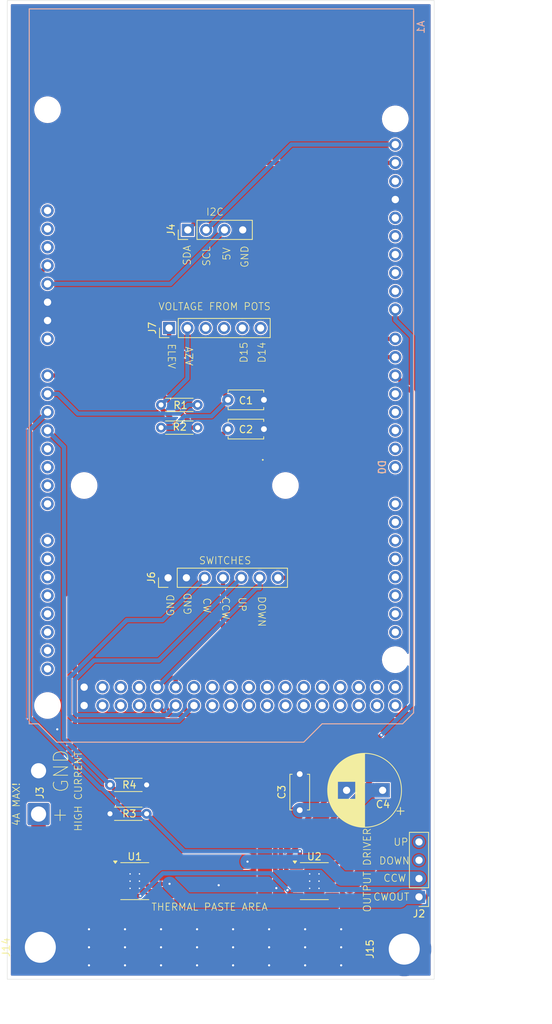
<source format=kicad_pcb>
(kicad_pcb (version 20240108) (generator "pcbnew") (generator_version "8.0")
  (layers (0 "F.Cu" signal) (31 "B.Cu" signal) (34 "B.Paste" user) (35 "F.Paste" user) (36 "B.SilkS" user "B.Silkscreen") (37 "F.SilkS" user "F.Silkscreen") (38 "B.Mask" user) (39 "F.Mask" user) (44 "Edge.Cuts" user))
  (net 0 "")
  (net 2 "5V")
  (net 3 "IPRO1")
  (net 4 "IPRO2")
  (net 5 "RotateCW")
  (net 6 "RotateDown")
  (net 7 "RotateUP")
  (net 8 "GND")
  (net 9 "Vref")
  (net 10 "RotateCCW")
  (net 11 "/AzimuthV")
  (net 12 "/ElevationV")
  (net 13 "VM")
  (net 15 "RotateUP-OUT")
  (net 16 "RotateCCW-OUT")
  (net 17 "RotateDown-OUT")
  (net 22 "/DOWN")
  (net 23 "/Turn CW")
  (net 24 "/UP")
  (net 25 "/Turn CCW")
  (net 26 "/SDA")
  (net 27 "/SCL")
  (net 41 "Net-(A1-PadA1)")
  (net 44 "Net-(A1-PadA0)")
  (net 56 "Net-(J6-Pin_7)")
  (net 90 "RotateCW-OUT")
  (footprint "Capacitor_THT:C_Disc_D4.7mm_W2.5mm_P5.00mm" (layer "F.Cu") (at 159.28 79.15)
    (property "Reference" "C1" (at 2.5 0.1 0) (layer "F.SilkS"))
    (property "Value" "0.1uF")
    (pad "1" thru_hole circle (at 0 0) (size 1.6 1.6) (drill 0.8) (layers "*.Cu" "*.Mask") (net 11 "/AzimuthV"))
    (pad "2" thru_hole circle (at 5 0) (size 1.6 1.6) (drill 0.8) (layers "*.Cu" "*.Mask") (net 8 "GND"))
  )
  (footprint "MountingHole:MountingHole_4.3mm_M4_DIN965_Pad" (layer "F.Cu") (at 183.75 155.25 90)
    (property "Reference" "J15" (at 0 -4.75 90) (layer "F.SilkS"))
    (property "Value" "Conn_01x01_Pin")
    (pad "1" thru_hole circle (at 0 0 90) (size 7.5 7.5) (drill 4.3) (layers "*.Cu" "*.Mask") (net 8 "GND"))
  )
  (footprint "Capacitor_THT:C_Disc_D4.7mm_W2.5mm_P5.00mm" (layer "F.Cu") (at 169.25 136 90)
    (property "Reference" "C3" (at 2.5 -2.5 90) (layer "F.SilkS"))
    (property "Value" "0.1uF")
    (pad "1" thru_hole circle (at 0 0 90) (size 1.6 1.6) (drill 0.8) (layers "*.Cu" "*.Mask") (net 13 "VM"))
    (pad "2" thru_hole circle (at 5 0 90) (size 1.6 1.6) (drill 0.8) (layers "*.Cu" "*.Mask") (net 8 "GND"))
  )
  (footprint "MountingHole:MountingHole_4.3mm_M4_DIN965_Pad" (layer "F.Cu") (at 133.25 155 90)
    (property "Reference" "J14" (at 0 -4.75 90) (layer "F.SilkS"))
    (property "Value" "Conn_01x01_Pin")
    (pad "1" thru_hole circle (at 0 0 90) (size 7.5 7.5) (drill 4.3) (layers "*.Cu" "*.Mask") (net 8 "GND"))
  )
  (footprint "Package_SO:SOIC-8-1EP_3.9x4.9mm_P1.27mm_EP2.29x3mm_ThermalVias" (layer "F.Cu") (at 171.275 145.835)
    (property "Reference" "U2" (at 0 -3.4 0) (layer "F.SilkS"))
    (property "Value" "DRV8251ADDAR")
    (pad "1" smd roundrect (at -2.475 -1.905) (size 1.95 0.6) (layers "F.Cu" "F.Paste" "F.Mask") (net 3 "IPRO1"))
    (pad "2" smd roundrect (at -2.475 -0.635) (size 1.95 0.6) (layers "F.Cu" "F.Paste" "F.Mask") (net 7 "RotateUP"))
    (pad "3" smd roundrect (at -2.475 0.635) (size 1.95 0.6) (layers "F.Cu" "F.Paste" "F.Mask") (net 6 "RotateDown"))
    (pad "4" smd roundrect (at -2.475 1.905) (size 1.95 0.6) (layers "F.Cu" "F.Paste" "F.Mask") (net 9 "Vref"))
    (pad "5" smd roundrect (at 2.475 1.905) (size 1.95 0.6) (layers "F.Cu" "F.Paste" "F.Mask") (net 13 "VM"))
    (pad "6" smd roundrect (at 2.475 0.635) (size 1.95 0.6) (layers "F.Cu" "F.Paste" "F.Mask") (net 17 "RotateDown-OUT"))
    (pad "7" smd roundrect (at 2.475 -0.635) (size 1.95 0.6) (layers "F.Cu" "F.Paste" "F.Mask") (net 8 "GND"))
    (pad "8" smd roundrect (at 2.475 -1.905) (size 1.95 0.6) (layers "F.Cu" "F.Paste" "F.Mask") (net 15 "RotateUP-OUT"))
    (pad "9" thru_hole circle (at -0.65 -1) (size 0.5 0.5) (drill 0.2) (layers "*.Cu") (net 8 "GND"))
    (pad "9" thru_hole circle (at -0.65 0) (size 0.5 0.5) (drill 0.2) (layers "*.Cu") (net 8 "GND"))
    (pad "9" thru_hole circle (at -0.65 1) (size 0.5 0.5) (drill 0.2) (layers "*.Cu") (net 8 "GND"))
    (pad "9" smd rect (at 0 0) (size 1.8 2.5) (layers "B.Cu") (net 8 "GND"))
    (pad "9" smd rect (at 0 0) (size 2.29 3) (layers "F.Cu" "F.Mask") (net 8 "GND"))
    (pad "9" thru_hole circle (at 0.65 -1) (size 0.5 0.5) (drill 0.2) (layers "*.Cu") (net 8 "GND"))
    (pad "9" thru_hole circle (at 0.65 0) (size 0.5 0.5) (drill 0.2) (layers "*.Cu") (net 8 "GND"))
    (pad "9" thru_hole circle (at 0.65 1) (size 0.5 0.5) (drill 0.2) (layers "*.Cu") (net 8 "GND"))
  )
  (footprint "sparkfun-electromech:Arduino_Mega2560_R3_K3NG" (layer "F.Cu") (at 131.71 24.98 -90)
    (property "Reference" "A1" (at 2.54 -54.356 90) (layer "B.SilkS") (effects (justify mirror)))
    (property "Value" "Arduino_Mega2560_R3_Shield")
    (fp_rect (start -1.15 -56.2) (end 134.45 3.05) (stroke (width 0.05)) (fill none) (layer "Edge.Cuts"))
    (fp_text user "D0" (at 63.5 -48.895 -90) (layer "B.SilkS") (effects (justify mirror)))
    (fp_text user "." (at 62.484 -32.004 90) (layer "F.SilkS"))
    (fp_text user "D0" (at 63.5 -48.895 -90) (layer "F.SilkS"))
    (pad "" np_thru_hole circle (at 13.97 -2.54 270) (size 3.2 3.2) (drill 3.2) (layers "*.Cu" "*.Mask"))
    (pad "" np_thru_hole circle (at 15.24 -50.8 270) (size 3.2 3.2) (drill 3.2) (layers "*.Cu" "*.Mask"))
    (pad "" thru_hole oval (at 27.94 -2.54 270) (size 1.7272 1.7272) (drill 1.016) (layers "*.Cu" "*.Mask"))
    (pad "" np_thru_hole circle (at 66.04 -35.56 270) (size 3.2 3.2) (drill 3.2) (layers "*.Cu" "*.Mask"))
    (pad "" np_thru_hole circle (at 66.04 -7.62 270) (size 3.2 3.2) (drill 3.2) (layers "*.Cu" "*.Mask"))
    (pad "" np_thru_hole circle (at 90.17 -50.8 270) (size 3.2 3.2) (drill 3.2) (layers "*.Cu" "*.Mask"))
    (pad "" np_thru_hole circle (at 96.52 -2.54 270) (size 3.2 3.2) (drill 3.2) (layers "*.Cu" "*.Mask"))
    (pad "3V3" thru_hole oval (at 35.56 -2.54 270) (size 1.7272 1.7272) (drill 1.016) (layers "*.Cu" "*.Mask") (net 9 "Vref"))
    (pad "5V1" thru_hole oval (at 38.1 -2.54 270) (size 1.7272 1.7272) (drill 1.016) (layers "*.Cu" "*.Mask") (net 2 "5V"))
    (pad "5V3" thru_hole oval (at 93.98 -50.8 270) (size 1.7272 1.7272) (drill 1.016) (layers "*.Cu" "*.Mask"))
    (pad "5V4" thru_hole oval (at 96.52 -50.8 270) (size 1.7272 1.7272) (drill 1.016) (layers "*.Cu" "*.Mask"))
    (pad "A0" thru_hole oval (at 50.8 -2.54 270) (size 1.7272 1.7272) (drill 1.016) (layers "*.Cu" "*.Mask") (net 44 "Net-(A1-PadA0)"))
    (pad "A1" thru_hole oval (at 53.34 -2.54 270) (size 1.7272 1.7272) (drill 1.016) (layers "*.Cu" "*.Mask") (net 41 "Net-(A1-PadA1)"))
    (pad "A2" thru_hole oval (at 55.88 -2.54 270) (size 1.7272 1.7272) (drill 1.016) (layers "*.Cu" "*.Mask") (net 3 "IPRO1"))
    (pad "A3" thru_hole oval (at 58.42 -2.54 270) (size 1.7272 1.7272) (drill 1.016) (layers "*.Cu" "*.Mask") (net 4 "IPRO2"))
    (pad "A4" thru_hole oval (at 60.96 -2.54 270) (size 1.7272 1.7272) (drill 1.016) (layers "*.Cu" "*.Mask"))
    (pad "A5" thru_hole oval (at 63.5 -2.54 270) (size 1.7272 1.7272) (drill 1.016) (layers "*.Cu" "*.Mask"))
    (pad "A6" thru_hole oval (at 66.04 -2.54 270) (size 1.7272 1.7272) (drill 1.016) (layers "*.Cu" "*.Mask"))
    (pad "A7" thru_hole oval (at 68.58 -2.54 270) (size 1.7272 1.7272) (drill 1.016) (layers "*.Cu" "*.Mask"))
    (pad "A8" thru_hole oval (at 73.66 -2.54 270) (size 1.7272 1.7272) (drill 1.016) (layers "*.Cu" "*.Mask"))
    (pad "A9" thru_hole oval (at 76.2 -2.54 270) (size 1.7272 1.7272) (drill 1.016) (layers "*.Cu" "*.Mask"))
    (pad "A10" thru_hole oval (at 78.74 -2.54 270) (size 1.7272 1.7272) (drill 1.016) (layers "*.Cu" "*.Mask"))
    (pad "A11" thru_hole oval (at 81.28 -2.54 270) (size 1.7272 1.7272) (drill 1.016) (layers "*.Cu" "*.Mask"))
    (pad "A12" thru_hole oval (at 83.82 -2.54 270) (size 1.7272 1.7272) (drill 1.016) (layers "*.Cu" "*.Mask"))
    (pad "A13" thru_hole oval (at 86.36 -2.54 270) (size 1.7272 1.7272) (drill 1.016) (layers "*.Cu" "*.Mask"))
    (pad "A14" thru_hole oval (at 88.9 -2.54 270) (size 1.7272 1.7272) (drill 1.016) (layers "*.Cu" "*.Mask"))
    (pad "A15" thru_hole oval (at 91.44 -2.54 270) (size 1.7272 1.7272) (drill 1.016) (layers "*.Cu" "*.Mask"))
    (pad "AREF" thru_hole oval (at 23.876 -50.8 270) (size 1.7272 1.7272) (drill 1.016) (layers "*.Cu" "*.Mask"))
    (pad "D0" thru_hole oval (at 63.5 -50.8 270) (size 1.7272 1.7272) (drill 1.016) (layers "*.Cu" "*.Mask"))
    (pad "D1" thru_hole oval (at 60.96 -50.8 270) (size 1.7272 1.7272) (drill 1.016) (layers "*.Cu" "*.Mask"))
    (pad "D2" thru_hole oval (at 58.42 -50.8 270) (size 1.7272 1.7272) (drill 1.016) (layers "*.Cu" "*.Mask"))
    (pad "D3" thru_hole oval (at 55.88 -50.8 270) (size 1.7272 1.7272) (drill 1.016) (layers "*.Cu" "*.Mask"))
    (pad "D4" thru_hole oval (at 53.34 -50.8 270) (size 1.7272 1.7272) (drill 1.016) (layers "*.Cu" "*.Mask"))
    (pad "D5" thru_hole oval (at 50.8 -50.8 270) (size 1.7272 1.7272) (drill 1.016) (layers "*.Cu" "*.Mask") (net 7 "RotateUP"))
    (pad "D6" thru_hole oval (at 48.26 -50.8 270) (size 1.7272 1.7272) (drill 1.016) (layers "*.Cu" "*.Mask") (net 10 "RotateCCW"))
    (pad "D7" thru_hole oval (at 45.72 -50.8 270) (size 1.7272 1.7272) (drill 1.016) (layers "*.Cu" "*.Mask") (net 5 "RotateCW"))
    (pad "D8" thru_hole oval (at 41.656 -50.8 270) (size 1.7272 1.7272) (drill 1.016) (layers "*.Cu" "*.Mask") (net 6 "RotateDown"))
    (pad "D9" thru_hole oval (at 39.116 -50.8 270) (size 1.7272 1.7272) (drill 1.016) (layers "*.Cu" "*.Mask"))
    (pad "D10" thru_hole oval (at 36.576 -50.8 270) (size 1.7272 1.7272) (drill 1.016) (layers "*.Cu" "*.Mask"))
    (pad "D11" thru_hole oval (at 34.036 -50.8 270) (size 1.7272 1.7272) (drill 1.016) (layers "*.Cu" "*.Mask"))
    (pad "D12" thru_hole oval (at 31.496 -50.8 270) (size 1.7272 1.7272) (drill 1.016) (layers "*.Cu" "*.Mask"))
    (pad "D13" thru_hole oval (at 28.956 -50.8 270) (size 1.7272 1.7272) (drill 1.016) (layers "*.Cu" "*.Mask"))
    (pad "D14" thru_hole oval (at 68.58 -50.8 270) (size 1.7272 1.7272) (drill 1.016) (layers "*.Cu" "*.Mask"))
    (pad "D15" thru_hole oval (at 71.12 -50.8 270) (size 1.7272 1.7272) (drill 1.016) (layers "*.Cu" "*.Mask"))
    (pad "D16" thru_hole oval (at 73.66 -50.8 270) (size 1.7272 1.7272) (drill 1.016) (layers "*.Cu" "*.Mask"))
    (pad "D17" thru_hole oval (at 76.2 -50.8 270) (size 1.7272 1.7272) (drill 1.016) (layers "*.Cu" "*.Mask"))
    (pad "D18" thru_hole oval (at 78.74 -50.8 270) (size 1.7272 1.7272) (drill 1.016) (layers "*.Cu" "*.Mask"))
    (pad "D19" thru_hole oval (at 81.28 -50.8 270) (size 1.7272 1.7272) (drill 1.016) (layers "*.Cu" "*.Mask"))
    (pad "D20" thru_hole oval (at 83.82 -50.8 270) (size 1.7272 1.7272) (drill 1.016) (layers "*.Cu" "*.Mask"))
    (pad "D21" thru_hole oval (at 86.36 -50.8 270) (size 1.7272 1.7272) (drill 1.016) (layers "*.Cu" "*.Mask"))
    (pad "D22" thru_hole oval (at 93.98 -48.26 270) (size 1.7272 1.7272) (drill 1.016) (layers "*.Cu" "*.Mask"))
    (pad "D23" thru_hole oval (at 96.52 -48.26 270) (size 1.7272 1.7272) (drill 1.016) (layers "*.Cu" "*.Mask"))
    (pad "D24" thru_hole oval (at 93.98 -45.72 270) (size 1.7272 1.7272) (drill 1.016) (layers "*.Cu" "*.Mask"))
    (pad "D25" thru_hole oval (at 96.52 -45.72 270) (size 1.7272 1.7272) (drill 1.016) (layers "*.Cu" "*.Mask"))
    (pad "D26" thru_hole oval (at 93.98 -43.18 270) (size 1.7272 1.7272) (drill 1.016) (layers "*.Cu" "*.Mask"))
    (pad "D27" thru_hole oval (at 96.52 -43.18 270) (size 1.7272 1.7272) (drill 1.016) (layers "*.Cu" "*.Mask"))
    (pad "D28" thru_hole oval (at 93.98 -40.64 270) (size 1.7272 1.7272) (drill 1.016) (layers "*.Cu" "*.Mask"))
    (pad "D29" thru_hole oval (at 96.52 -40.64 270) (size 1.7272 1.7272) (drill 1.016) (layers "*.Cu" "*.Mask"))
    (pad "D30" thru_hole oval (at 93.98 -38.1 270) (size 1.7272 1.7272) (drill 1.016) (layers "*.Cu" "*.Mask"))
    (pad "D31" thru_hole oval (at 96.52 -38.1 270) (size 1.7272 1.7272) (drill 1.016) (layers "*.Cu" "*.Mask"))
    (pad "D32" thru_hole oval (at 93.98 -35.56 270) (size 1.7272 1.7272) (drill 1.016) (layers "*.Cu" "*.Mask"))
    (pad "D33" thru_hole oval (at 96.52 -35.56 270) (size 1.7272 1.7272) (drill 1.016) (layers "*.Cu" "*.Mask"))
    (pad "D34" thru_hole oval (at 93.98 -33.02 270) (size 1.7272 1.7272) (drill 1.016) (layers "*.Cu" "*.Mask"))
    (pad "D35" thru_hole oval (at 96.52 -33.02 270) (size 1.7272 1.7272) (drill 1.016) (layers "*.Cu" "*.Mask"))
    (pad "D36" thru_hole oval (at 93.98 -30.48 270) (size 1.7272 1.7272) (drill 1.016) (layers "*.Cu" "*.Mask"))
    (pad "D37" thru_hole oval (at 96.52 -30.48 270) (size 1.7272 1.7272) (drill 1.016) (layers "*.Cu" "*.Mask"))
    (pad "D38" thru_hole oval (at 93.98 -27.94 270) (size 1.7272 1.7272) (drill 1.016) (layers "*.Cu" "*.Mask"))
    (pad "D39" thru_hole oval (at 96.52 -27.94 270) (size 1.7272 1.7272) (drill 1.016) (layers "*.Cu" "*.Mask"))
    (pad "D40" thru_hole oval (at 93.98 -25.4 270) (size 1.7272 1.7272) (drill 1.016) (layers "*.Cu" "*.Mask"))
    (pad "D41" thru_hole oval (at 96.52 -25.4 270) (size 1.7272 1.7272) (drill 1.016) (layers "*.Cu" "*.Mask"))
    (pad "D42" thru_hole oval (at 93.98 -22.86 270) (size 1.7272 1.7272) (drill 1.016) (layers "*.Cu" "*.Mask"))
    (pad "D43" thru_hole oval (at 96.52 -22.86 270) (size 1.7272 1.7272) (drill 1.016) (layers "*.Cu" "*.Mask") (net 23 "/Turn CW"))
    (pad "D44" thru_hole oval (at 93.98 -20.32 270) (size 1.7272 1.7272) (drill 1.016) (layers "*.Cu" "*.Mask") (net 25 "/Turn CCW"))
    (pad "D45" thru_hole oval (at 96.52 -20.32 270) (size 1.7272 1.7272) (drill 1.016) (layers "*.Cu" "*.Mask") (net 24 "/UP"))
    (pad "D46" thru_hole oval (at 93.98 -17.78 270) (size 1.7272 1.7272) (drill 1.016) (layers "*.Cu" "*.Mask") (net 22 "/DOWN"))
    (pad "D47" thru_hole oval (at 96.52 -17.78 270) (size 1.7272 1.7272) (drill 1.016) (layers "*.Cu" "*.Mask") (net 56 "Net-(J6-Pin_7)"))
    (pad "D48" thru_hole oval (at 93.98 -15.24 270) (size 1.7272 1.7272) (drill 1.016) (layers "*.Cu" "*.Mask"))
    (pad "D49" thru_hole oval (at 96.52 -15.24 270) (size 1.7272 1.7272) (drill 1.016) (layers "*.Cu" "*.Mask"))
    (pad "D50" thru_hole oval (at 93.98 -12.7 270) (size 1.7272 1.7272) (drill 1.016) (layers "*.Cu" "*.Mask"))
    (pad "D51" thru_hole oval (at 96.52 -12.7 270) (size 1.7272 1.7272) (drill 1.016) (layers "*.Cu" "*.Mask"))
    (pad "D52" thru_hole oval (at 93.98 -10.16 270) (size 1.7272 1.7272) (drill 1.016) (layers "*.Cu" "*.Mask"))
    (pad "D53" thru_hole oval (at 96.52 -10.16 270) (size 1.7272 1.7272) (drill 1.016) (layers "*.Cu" "*.Mask"))
    (pad "GND1" thru_hole rect (at 26.416 -50.8 270) (size 1.7272 1.7272) (drill 1.016) (layers "*.Cu" "*.Mask") (net 8 "GND"))
    (pad "GND2" thru_hole rect (at 40.64 -2.54 270) (size 1.7272 1.7272) (drill 1.016) (layers "*.Cu" "*.Mask") (net 8 "GND"))
    (pad "GND3" thru_hole rect (at 43.18 -2.54 270) (size 1.7272 1.7272) (drill 1.016) (layers "*.Cu" "*.Mask") (net 8 "GND"))
    (pad "GND5" thru_hole rect (at 93.98 -7.62 270) (size 1.7272 1.7272) (drill 1.016) (layers "*.Cu" "*.Mask") (net 8 "GND"))
    (pad "GND6" thru_hole rect (at 96.52 -7.62 270) (size 1.7272 1.7272) (drill 1.016) (layers "*.Cu" "*.Mask") (net 8 "GND"))
    (pad "IORF" thru_hole oval (at 30.48 -2.54 270) (size 1.7272 1.7272) (drill 1.016) (layers "*.Cu" "*.Mask"))
    (pad "RST1" thru_hole oval (at 33.02 -2.54 270) (size 1.7272 1.7272) (drill 1.016) (layers "*.Cu" "*.Mask"))
    (pad "SCL" thru_hole oval (at 18.796 -50.8 270) (size 1.7272 1.7272) (drill 1.016) (layers "*.Cu" "*.Mask") (net 27 "/SCL"))
    (pad "SDA" thru_hole oval (at 21.336 -50.8 270) (size 1.7272 1.7272) (drill 1.016) (layers "*.Cu" "*.Mask") (net 26 "/SDA"))
    (pad "VIN" thru_hole oval (at 45.72 -2.54 270) (size 1.7272 1.7272) (drill 1.016) (layers "*.Cu" "*.Mask"))
  )
  (footprint "Resistor_THT:R_Axial_DIN0204_L3.6mm_D1.6mm_P5.08mm_Horizontal" (layer "F.Cu") (at 142.92 132.5)
    (property "Reference" "R4" (at 2.68 0 0) (layer "F.SilkS"))
    (property "Value" "1300")
    (pad "1" thru_hole circle (at 0 0) (size 1.4 1.4) (drill 0.7) (layers "*.Cu" "*.Mask") (net 4 "IPRO2"))
    (pad "2" thru_hole oval (at 5.08 0) (size 1.4 1.4) (drill 0.7) (layers "*.Cu" "*.Mask") (net 8 "GND"))
  )
  (footprint "Connector_PinHeader_2.54mm:PinHeader_1x07_P2.54mm_Vertical" (layer "F.Cu") (at 150.98 103.8 90)
    (property "Reference" "J6" (at 0 -2.33 90) (layer "F.SilkS"))
    (property "Value" "Conn_01x07_Socket")
    (pad "1" thru_hole rect (at 0 0 90) (size 1.7 1.7) (drill 1) (layers "*.Cu" "*.Mask") (net 8 "GND"))
    (pad "2" thru_hole oval (at 0 2.54 90) (size 1.7 1.7) (drill 1) (layers "*.Cu" "*.Mask") (net 8 "GND"))
    (pad "3" thru_hole oval (at 0 5.08 90) (size 1.7 1.7) (drill 1) (layers "*.Cu" "*.Mask") (net 23 "/Turn CW"))
    (pad "4" thru_hole oval (at 0 7.62 90) (size 1.7 1.7) (drill 1) (layers "*.Cu" "*.Mask") (net 25 "/Turn CCW"))
    (pad "5" thru_hole oval (at 0 10.16 90) (size 1.7 1.7) (drill 1) (layers "*.Cu" "*.Mask") (net 24 "/UP"))
    (pad "6" thru_hole oval (at 0 12.7 90) (size 1.7 1.7) (drill 1) (layers "*.Cu" "*.Mask") (net 22 "/DOWN"))
    (pad "7" thru_hole oval (at 0 15.24 90) (size 1.7 1.7) (drill 1) (layers "*.Cu" "*.Mask") (net 56 "Net-(J6-Pin_7)"))
  )
  (footprint "Resistor_THT:R_Axial_DIN0204_L3.6mm_D1.6mm_P5.08mm_Horizontal" (layer "F.Cu") (at 150 83)
    (property "Reference" "R2" (at 2.6 -0.1 0) (layer "F.SilkS"))
    (property "Value" "1K")
    (pad "1" thru_hole circle (at 0 0) (size 1.4 1.4) (drill 0.7) (layers "*.Cu" "*.Mask") (net 11 "/AzimuthV"))
    (pad "2" thru_hole oval (at 5.08 0) (size 1.4 1.4) (drill 0.7) (layers "*.Cu" "*.Mask") (net 44 "Net-(A1-PadA0)"))
  )
  (footprint "Connector_PinHeader_2.54mm:PinHeader_1x04_P2.54mm_Vertical" (layer "F.Cu") (at 153.72 55.6 90)
    (property "Reference" "J4" (at 0 -2.33 90) (layer "F.SilkS"))
    (property "Value" "Conn_01x04_Socket")
    (pad "1" thru_hole rect (at 0 0 90) (size 1.7 1.7) (drill 1) (layers "*.Cu" "*.Mask") (net 26 "/SDA"))
    (pad "2" thru_hole oval (at 0 2.54 90) (size 1.7 1.7) (drill 1) (layers "*.Cu" "*.Mask") (net 27 "/SCL"))
    (pad "3" thru_hole oval (at 0 5.08 90) (size 1.7 1.7) (drill 1) (layers "*.Cu" "*.Mask") (net 2 "5V"))
    (pad "4" thru_hole oval (at 0 7.62 90) (size 1.7 1.7) (drill 1) (layers "*.Cu" "*.Mask") (net 8 "GND"))
  )
  (footprint "Connector_PinHeader_2.54mm:PinHeader_1x06_P2.54mm_Vertical" (layer "F.Cu") (at 151.12 69.2 90)
    (property "Reference" "J7" (at 0 -2.33 90) (layer "F.SilkS"))
    (property "Value" "Conn_01x06_Socket")
    (pad "1" thru_hole rect (at 0 0 90) (size 1.7 1.7) (drill 1) (layers "*.Cu" "*.Mask") (net 11 "/AzimuthV"))
    (pad "2" thru_hole oval (at 0 2.54 90) (size 1.7 1.7) (drill 1) (layers "*.Cu" "*.Mask") (net 12 "/ElevationV"))
    (pad "3" thru_hole oval (at 0 5.08 90) (size 1.7 1.7) (drill 1) (layers "*.Cu" "*.Mask"))
    (pad "4" thru_hole oval (at 0 7.62 90) (size 1.7 1.7) (drill 1) (layers "*.Cu" "*.Mask"))
    (pad "5" thru_hole oval (at 0 10.16 90) (size 1.7 1.7) (drill 1) (layers "*.Cu" "*.Mask"))
    (pad "6" thru_hole oval (at 0 12.7 90) (size 1.7 1.7) (drill 1) (layers "*.Cu" "*.Mask"))
  )
  (footprint "Capacitor_THT:CP_Radial_D10.0mm_P5.00mm" (layer "F.Cu") (at 180.75 133.25 180)
    (property "Reference" "C4" (at -0.05 -1.95 0) (layer "F.SilkS"))
    (property "Value" "47uF")
    (pad "1" thru_hole rect (at 0 0 180) (size 2 2) (drill 1) (layers "*.Cu" "*.Mask") (net 13 "VM"))
    (pad "2" thru_hole circle (at 5 0 180) (size 2 2) (drill 1) (layers "*.Cu" "*.Mask") (net 8 "GND"))
  )
  (footprint "Connector_Wire:SolderWire-1.5sqmm_1x02_P6mm_D1.7mm_OD3mm" (layer "F.Cu") (at 133 136.54 90)
    (property "Reference" "J3" (at 2.94 0.2 90) (layer "F.SilkS"))
    (property "Value" "Conn_01x02_Pin")
    (pad "1" thru_hole roundrect (at 0 0 90) (size 3.1 3.1) (drill 2.1) (layers "*.Cu" "*.Mask") (roundrect_rratio 0.080645) (net 13 "VM"))
    (pad "2" thru_hole circle (at 6 0 90) (size 3.1 3.1) (drill 2.1) (layers "*.Cu" "*.Mask") (net 8 "GND"))
  )
  (footprint "Resistor_THT:R_Axial_DIN0204_L3.6mm_D1.6mm_P5.08mm_Horizontal" (layer "F.Cu") (at 148 136.5 180)
    (property "Reference" "R3" (at 2.4 0 180) (layer "F.SilkS"))
    (property "Value" "1300")
    (pad "1" thru_hole circle (at 0 0 180) (size 1.4 1.4) (drill 0.7) (layers "*.Cu" "*.Mask") (net 3 "IPRO1"))
    (pad "2" thru_hole oval (at 5.08 0 180) (size 1.4 1.4) (drill 0.7) (layers "*.Cu" "*.Mask") (net 8 "GND"))
  )
  (footprint "Resistor_THT:R_Axial_DIN0204_L3.6mm_D1.6mm_P5.08mm_Horizontal" (layer "F.Cu") (at 150 79.85)
    (property "Reference" "R1" (at 2.7 0.05 0) (layer "F.SilkS"))
    (property "Value" "1K")
    (pad "1" thru_hole circle (at 0 0) (size 1.4 1.4) (drill 0.7) (layers "*.Cu" "*.Mask") (net 12 "/ElevationV"))
    (pad "2" thru_hole oval (at 5.08 0) (size 1.4 1.4) (drill 0.7) (layers "*.Cu" "*.Mask") (net 41 "Net-(A1-PadA1)"))
  )
  (footprint "Package_SO:SOIC-8-1EP_3.9x4.9mm_P1.27mm_EP2.29x3mm_ThermalVias" (layer "F.Cu") (at 146.355 145.835)
    (property "Reference" "U1" (at 0 -3.4 0) (layer "F.SilkS"))
    (property "Value" "DRV8251ADDAR")
    (pad "1" smd roundrect (at -2.475 -1.905) (size 1.95 0.6) (layers "F.Cu" "F.Paste" "F.Mask") (net 4 "IPRO2"))
    (pad "2" smd roundrect (at -2.475 -0.635) (size 1.95 0.6) (layers "F.Cu" "F.Paste" "F.Mask") (net 10 "RotateCCW"))
    (pad "3" smd roundrect (at -2.475 0.635) (size 1.95 0.6) (layers "F.Cu" "F.Paste" "F.Mask") (net 5 "RotateCW"))
    (pad "4" smd roundrect (at -2.475 1.905) (size 1.95 0.6) (layers "F.Cu" "F.Paste" "F.Mask") (net 9 "Vref"))
    (pad "5" smd roundrect (at 2.475 1.905) (size 1.95 0.6) (layers "F.Cu" "F.Paste" "F.Mask") (net 13 "VM"))
    (pad "6" smd roundrect (at 2.475 0.635) (size 1.95 0.6) (layers "F.Cu" "F.Paste" "F.Mask") (net 90 "RotateCW-OUT"))
    (pad "7" smd roundrect (at 2.475 -0.635) (size 1.95 0.6) (layers "F.Cu" "F.Paste" "F.Mask") (net 8 "GND"))
    (pad "8" smd roundrect (at 2.475 -1.905) (size 1.95 0.6) (layers "F.Cu" "F.Paste" "F.Mask") (net 16 "RotateCCW-OUT"))
    (pad "9" thru_hole circle (at -0.65 -1) (size 0.5 0.5) (drill 0.2) (layers "*.Cu") (net 8 "GND"))
    (pad "9" thru_hole circle (at -0.65 0) (size 0.5 0.5) (drill 0.2) (layers "*.Cu") (net 8 "GND"))
    (pad "9" thru_hole circle (at -0.65 1) (size 0.5 0.5) (drill 0.2) (layers "*.Cu") (net 8 "GND"))
    (pad "9" smd rect (at 0 0) (size 1.8 2.5) (layers "B.Cu") (net 8 "GND"))
    (pad "9" smd rect (at 0 0) (size 2.29 3) (layers "F.Cu" "F.Mask") (net 8 "GND"))
    (pad "9" thru_hole circle (at 0.65 -1) (size 0.5 0.5) (drill 0.2) (layers "*.Cu") (net 8 "GND"))
    (pad "9" thru_hole circle (at 0.65 0) (size 0.5 0.5) (drill 0.2) (layers "*.Cu") (net 8 "GND"))
    (pad "9" thru_hole circle (at 0.65 1) (size 0.5 0.5) (drill 0.2) (layers "*.Cu") (net 8 "GND"))
  )
  (footprint "Connector_PinHeader_2.54mm:PinHeader_1x04_P2.54mm_Vertical" (layer "F.Cu") (at 185.8 148.02 180)
    (property "Reference" "J2" (at 0 -2.33 0) (layer "F.SilkS"))
    (property "Value" "Conn_01x04_Socket")
    (pad "1" thru_hole rect (at 0 0 180) (size 1.7 1.7) (drill 1) (layers "*.Cu" "*.Mask") (net 90 "RotateCW-OUT"))
    (pad "2" thru_hole oval (at 0 2.54 180) (size 1.7 1.7) (drill 1) (layers "*.Cu" "*.Mask") (net 16 "RotateCCW-OUT"))
    (pad "3" thru_hole oval (at 0 5.08 180) (size 1.7 1.7) (drill 1) (layers "*.Cu" "*.Mask") (net 17 "RotateDown-OUT"))
    (pad "4" thru_hole oval (at 0 7.62 180) (size 1.7 1.7) (drill 1) (layers "*.Cu" "*.Mask") (net 15 "RotateUP-OUT"))
  )
  (footprint "Capacitor_THT:C_Disc_D4.7mm_W2.5mm_P5.00mm" (layer "F.Cu") (at 159.28 83.2)
    (property "Reference" "C2" (at 2.5 0.05 0) (layer "F.SilkS"))
    (property "Value" "0.1uF")
    (pad "1" thru_hole circle (at 0 0) (size 1.6 1.6) (drill 0.8) (layers "*.Cu" "*.Mask") (net 12 "/ElevationV"))
    (pad "2" thru_hole circle (at 5 0) (size 1.6 1.6) (drill 0.8) (layers "*.Cu" "*.Mask") (net 8 "GND"))
  )
  (gr_text "AZV" (at 153.28 71.7 -90) (layer "F.SilkS") (effects (font (size 1 1) (thickness 0.1)) (justify left bottom)))
  (gr_text "UP" (at 160.69 106.4 -90) (layer "F.SilkS") (effects (font (size 1 1) (thickness 0.1)) (justify left bottom)))
  (gr_text "CCW" (at 180.8 146 0) (layer "F.SilkS") (effects (font (size 1 1) (thickness 0.1)) (justify left bottom)))
  (gr_text "CWOUT" (at 179.4 148.6 0) (layer "F.SilkS") (effects (font (size 1 1) (thickness 0.1)) (justify left bottom)))
  (gr_text "GND" (at 162.2 60.9 90) (layer "F.SilkS") (effects (font (size 1 1) (thickness 0.1)) (justify left bottom)))
  (gr_text "UP" (at 182.2 141 0) (layer "F.SilkS") (effects (font (size 1 1) (thickness 0.1)) (justify left bottom)))
  (gr_text "GND" (at 154.305 109 90) (layer "F.SilkS") (effects (font (size 1 1) (thickness 0.1)) (justify left bottom)))
  (gr_text "SCL" (at 156.9 60.7 90) (layer "F.SilkS") (effects (font (size 1 1) (thickness 0.1)) (justify left bottom)))
  (gr_text "I2C" (at 156.2 53.7 0) (layer "F.SilkS") (effects (font (size 1 1) (thickness 0.1)) (justify left bottom)))
  (gr_text "DOWN" (at 180.2 143.6 0) (layer "F.SilkS") (effects (font (size 1 1) (thickness 0.1)) (justify left bottom)))
  (gr_text "SDA" (at 154.2 60.6 90) (layer "F.SilkS") (effects (font (size 1 1) (thickness 0.1)) (justify left bottom)))
  (gr_text "+" (at 137 138 90) (layer "F.SilkS") (effects (font (size 2 2) (thickness 0.1)) (justify left bottom)))
  (gr_text "SWITCHES" (at 155.205 102 0) (layer "F.SilkS") (effects (font (size 1 1) (thickness 0.1)) (justify left bottom)))
  (gr_text "HIGH CURRENT" (at 139.1 139 90) (layer "F.SilkS") (effects (font (size 1 1) (thickness 0.1)) (justify left bottom)))
  (gr_text "GND" (at 151.905 109.2 90) (layer "F.SilkS") (effects (font (size 1 1) (thickness 0.1)) (justify left bottom)))
  (gr_text "THERMAL PASTE AREA" (at 148.6 150 0) (layer "F.SilkS") (effects (font (size 1 1) (thickness 0.1)) (justify left bottom)))
  (gr_text "OUTPUT DRIVER" (at 179.2 150.2 90) (layer "F.SilkS") (effects (font (size 1 1) (thickness 0.1)) (justify left bottom)))
  (gr_text "5V" (at 159.7 59.9 90) (layer "F.SilkS") (effects (font (size 1 1) (thickness 0.1)) (justify left bottom)))
  (gr_text "VOLTAGE FROM POTS" (at 149.58 66.8 0) (layer "F.SilkS") (effects (font (size 1 1) (thickness 0.1)) (justify left bottom)))
  (gr_text "DOWN" (at 163.39 106.3 -90) (layer "F.SilkS") (effects (font (size 1 1) (thickness 0.1)) (justify left bottom)))
  (gr_text "D15" (at 162.08 74.1 90) (layer "F.SilkS") (effects (font (size 1 1) (thickness 0.1)) (justify left bottom)))
  (gr_text "CCW" (at 158.39 106.4 -90) (layer "F.SilkS") (effects (font (size 1 1) (thickness 0.1)) (justify left bottom)))
  (gr_text "D14" (at 164.58 74.1 90) (layer "F.SilkS") (effects (font (size 1 1) (thickness 0.1)) (justify left bottom)))
  (gr_text "CW" (at 155.79 106.5 -90) (layer "F.SilkS") (effects (font (size 1 1) (thickness 0.1)) (justify left bottom)))
  (gr_text "4A MAX!" (at 130.5 138.25 90) (layer "F.SilkS") (effects (font (size 1 1) (thickness 0.1)) (justify left bottom)))
  (gr_text "GND" (at 137.3 133.7 90) (layer "F.SilkS") (effects (font (size 2 2) (thickness 0.1)) (justify left bottom)))
  (gr_text "ELEV" (at 150.88 71.3 -90) (layer "F.SilkS") (effects (font (size 1 1) (thickness 0.1)) (justify left bottom)))
  (segment (start 158.8 55.6) (end 151.32 63.08) (width 0.6) (layer "B.Cu") (net 2))
  (segment (start 151.32 63.08) (end 134.25 63.08) (width 0.6) (layer "B.Cu") (net 2))
  (segment (start 169.2684 141.6998) (end 169.2684 143.4616) (width 0.6) (layer "F.Cu") (net 3))
  (segment (start 169.2684 143.4616) (end 168.8 143.93) (width 0.6) (layer "F.Cu") (net 3))
  (via (at 169.2684 141.6998) (size 0.6) (drill 0.3) (layers "F.Cu" "B.Cu") (net 3))
  (segment (start 134.25 80.86) (end 131.7 83.41) (width 0.6) (layer "B.Cu") (net 3))
  (segment (start 131.7 83.41) (end 131.7 123.1) (width 0.6) (layer "B.Cu") (net 3))
  (segment (start 131.7 123.1) (end 141.568062 132.968062) (width 0.6) (layer "B.Cu") (net 3))
  (segment (start 148 136.5) (end 153.1998 141.6998) (width 0.6) (layer "B.Cu") (net 3))
  (segment (start 153.1998 141.6998) (end 169.2684 141.6998) (width 0.6) (layer "B.Cu") (net 3))
  (segment (start 141.79 132.968062) (end 145.321938 136.5) (width 0.6) (layer "B.Cu") (net 3))
  (segment (start 145.321938 136.5) (end 148 136.5) (width 0.6) (layer "B.Cu") (net 3))
  (segment (start 141.568062 132.968062) (end 141.79 132.968062) (width 0.6) (layer "B.Cu") (net 3))
  (segment (start 142.92 132.5) (end 144.0593 133.6393) (width 0.6) (layer "F.Cu") (net 4))
  (segment (start 144.0593 133.6393) (end 144.0593 143.7507) (width 0.6) (layer "F.Cu") (net 4))
  (segment (start 144.0593 143.7507) (end 143.88 143.93) (width 0.6) (layer "F.Cu") (net 4))
  (segment (start 136.5357 85.6857) (end 136.5357 126.1157) (width 0.6) (layer "B.Cu") (net 4))
  (segment (start 134.25 83.4) (end 136.5357 85.6857) (width 0.6) (layer "B.Cu") (net 4))
  (segment (start 136.5357 126.1157) (end 142.92 132.5) (width 0.6) (layer "B.Cu") (net 4))
  (segment (start 137.3028 106.5644) (end 159.028 84.8392) (width 0.6) (layer "F.Cu") (net 5))
  (segment (start 143.3191 146.47) (end 137.3028 140.4537) (width 0.6) (layer "F.Cu") (net 5))
  (segment (start 159.028 84.8392) (end 166.9072 84.8392) (width 0.6) (layer "F.Cu") (net 5))
  (segment (start 182.51 70.7) (end 181.0464 70.7) (width 0.6) (layer "F.Cu") (net 5))
  (segment (start 166.9072 84.8392) (end 181.0464 70.7) (width 0.6) (layer "F.Cu") (net 5))
  (segment (start 143.88 146.47) (end 143.3191 146.47) (width 0.6) (layer "F.Cu") (net 5))
  (segment (start 137.3028 140.4537) (end 137.3028 106.5644) (width 0.6) (layer "F.Cu") (net 5))
  (segment (start 180.5788 125.5797) (end 173.2075 132.951) (width 0.6) (layer "F.Cu") (net 6))
  (segment (start 166.6264 140.8894) (end 166.6264 144.8559) (width 0.6) (layer "F.Cu") (net 6))
  (segment (start 168.2405 146.47) (end 168.8 146.47) (width 0.6) (layer "F.Cu") (net 6))
  (segment (start 166.6264 144.8559) (end 168.2405 146.47) (width 0.6) (layer "F.Cu") (net 6))
  (segment (start 173.2075 134.3083) (end 166.6264 140.8894) (width 0.6) (layer "F.Cu") (net 6))
  (segment (start 173.2075 132.951) (end 173.2075 134.3083) (width 0.6) (layer "F.Cu") (net 6))
  (via (at 180.5788 125.5797) (size 0.6) (drill 0.3) (layers "F.Cu" "B.Cu") (net 6))
  (segment (start 184.8254 70.415) (end 182.51 68.0996) (width 0.6) (layer "B.Cu") (net 6))
  (segment (start 182.51 68.0996) (end 182.51 66.636) (width 0.6) (layer "B.Cu") (net 6))
  (segment (start 180.5788 125.5797) (end 184.8254 121.3331) (width 0.6) (layer "B.Cu") (net 6))
  (segment (start 184.8254 121.3331) (end 184.8254 70.415) (width 0.6) (layer "B.Cu") (net 6))
  (segment (start 168.2714 145.2) (end 168.8 145.2) (width 0.6) (layer "F.Cu") (net 7))
  (segment (start 168.9652 140.9681) (end 167.3789 142.5544) (width 0.6) (layer "F.Cu") (net 7))
  (segment (start 167.3789 142.5544) (end 167.3789 144.3075) (width 0.6) (layer "F.Cu") (net 7))
  (segment (start 184.8119 126.2246) (end 170.0684 140.9681) (width 0.6) (layer "F.Cu") (net 7))
  (segment (start 184.8119 78.0819) (end 184.8119 126.2246) (width 0.6) (layer "F.Cu") (net 7))
  (segment (start 182.51 75.78) (end 184.8119 78.0819) (width 0.6) (layer "F.Cu") (net 7))
  (segment (start 170.0684 140.9681) (end 168.9652 140.9681) (width 0.6) (layer "F.Cu") (net 7))
  (segment (start 167.3789 144.3075) (end 168.2714 145.2) (width 0.6) (layer "F.Cu") (net 7))
  (via (at 155 157.5) (size 0.6) (drill 0.3) (layers "F.Cu" "B.Cu") (net 8))
  (via (at 158 146.4) (size 0.6) (drill 0.3) (layers "F.Cu" "B.Cu") (net 8))
  (via (at 165 155) (size 0.6) (drill 0.3) (layers "F.Cu" "B.Cu") (net 8))
  (via (at 165 157.5) (size 0.6) (drill 0.3) (layers "F.Cu" "B.Cu") (net 8))
  (via (at 165 152.5) (size 0.6) (drill 0.3) (layers "F.Cu" "B.Cu") (net 8))
  (via (at 145 157.5) (size 0.6) (drill 0.3) (layers "F.Cu" "B.Cu") (net 8))
  (via (at 160 157.5) (size 0.6) (drill 0.3) (layers "F.Cu" "B.Cu") (net 8))
  (via (at 140 157.5) (size 0.6) (drill 0.3) (layers "F.Cu" "B.Cu") (net 8))
  (via (at 175 157.5) (size 0.6) (drill 0.3) (layers "F.Cu" "B.Cu") (net 8))
  (via (at 175 152.5) (size 0.6) (drill 0.3) (layers "F.Cu" "B.Cu") (net 8))
  (via (at 160 152.5) (size 0.6) (drill 0.3) (layers "F.Cu" "B.Cu") (net 8))
  (via (at 160 155) (size 0.6) (drill 0.3) (layers "F.Cu" "B.Cu") (net 8))
  (via (at 145 155) (size 0.6) (drill 0.3) (layers "F.Cu" "B.Cu") (net 8))
  (via (at 166 146.8) (size 0.6) (drill 0.3) (layers "F.Cu" "B.Cu") (net 8))
  (via (at 140 152.5) (size 0.6) (drill 0.3) (layers "F.Cu" "B.Cu") (net 8))
  (via (at 170 152.5) (size 0.6) (drill 0.3) (layers "F.Cu" "B.Cu") (net 8))
  (via (at 170 157.5) (size 0.6) (drill 0.3) (layers "F.Cu" "B.Cu") (net 8))
  (via (at 155 155) (size 0.6) (drill 0.3) (layers "F.Cu" "B.Cu") (net 8))
  (via (at 150 152.5) (size 0.6) (drill 0.3) (layers "F.Cu" "B.Cu") (net 8))
  (via (at 140 155) (size 0.6) (drill 0.3) (layers "F.Cu" "B.Cu") (net 8))
  (via (at 145 152.5) (size 0.6) (drill 0.3) (layers "F.Cu" "B.Cu") (net 8))
  (via (at 150 155) (size 0.6) (drill 0.3) (layers "F.Cu" "B.Cu") (net 8))
  (via (at 155 152.5) (size 0.6) (drill 0.3) (layers "F.Cu" "B.Cu") (net 8))
  (via (at 175 155) (size 0.6) (drill 0.3) (layers "F.Cu" "B.Cu") (net 8))
  (via (at 150 157.5) (size 0.6) (drill 0.3) (layers "F.Cu" "B.Cu") (net 8))
  (via (at 170 155) (size 0.6) (drill 0.3) (layers "F.Cu" "B.Cu") (net 8))
  (via (at 135.6 124.8) (size 0.6) (drill 0.3) (layers "F.Cu" "B.Cu") (net 8))
  (segment (start 167.5465 147.0719) (end 168.2146 147.74) (width 0.6) (layer "F.Cu") (net 9))
  (segment (start 144.0208 147.8808) (end 147.1247 147.8808) (width 0.6) (layer "F.Cu") (net 9))
  (segment (start 131.8 123.7718) (end 136.1857 128.1575) (width 0.6) (layer "F.Cu") (net 9))
  (segment (start 136.1857 128.1575) (end 136.1857 140.5853) (width 0.6) (layer "F.Cu") (net 9))
  (segment (start 143.3404 147.74) (end 143.88 147.74) (width 0.6) (layer "F.Cu") (net 9))
  (segment (start 168.2146 147.74) (end 168.8 147.74) (width 0.6) (layer "F.Cu") (net 9))
  (segment (start 136.1857 140.5853) (end 143.3404 147.74) (width 0.6) (layer "F.Cu") (net 9))
  (segment (start 143.88 147.74) (end 144.0208 147.8808) (width 0.6) (layer "F.Cu") (net 9))
  (segment (start 134.25 60.54) (end 131.8 62.99) (width 0.6) (layer "F.Cu") (net 9))
  (segment (start 131.8 62.99) (end 131.8 123.7718) (width 0.6) (layer "F.Cu") (net 9))
  (via (at 147.1247 147.8808) (size 0.6) (drill 0.3) (layers "F.Cu" "B.Cu") (net 9))
  (via (at 167.5465 147.0719) (size 0.6) (drill 0.3) (layers "F.Cu" "B.Cu") (net 9))
  (segment (start 165.2241 144.7495) (end 167.5465 147.0719) (width 0.6) (layer "B.Cu") (net 9))
  (segment (start 150.256 144.7495) (end 165.2241 144.7495) (width 0.6) (layer "B.Cu") (net 9))
  (segment (start 147.1247 147.8808) (end 150.256 144.7495) (width 0.6) (layer "B.Cu") (net 9))
  (segment (start 163.9785 90.3079) (end 181.0464 73.24) (width 0.6) (layer "F.Cu") (net 10))
  (segment (start 159.9947 92.4633) (end 162.744 92.4633) (width 0.6) (layer "F.Cu") (net 10))
  (segment (start 182.51 73.24) (end 181.0464 73.24) (width 0.6) (layer "F.Cu") (net 10))
  (segment (start 138.0347 139.9392) (end 138.0347 114.4233) (width 0.6) (layer "F.Cu") (net 10))
  (segment (start 162.744 92.4633) (end 163.9785 91.2288) (width 0.6) (layer "F.Cu") (net 10))
  (segment (start 138.0347 114.4233) (end 159.9947 92.4633) (width 0.6) (layer "F.Cu") (net 10))
  (segment (start 163.9785 91.2288) (end 163.9785 90.3079) (width 0.6) (layer "F.Cu") (net 10))
  (segment (start 143.88 145.2) (end 143.2955 145.2) (width 0.6) (layer "F.Cu") (net 10))
  (segment (start 143.2955 145.2) (end 138.0347 139.9392) (width 0.6) (layer "F.Cu") (net 10))
  (segment (start 151.12 70.65) (end 159.28 78.81) (width 0.6) (layer "F.Cu") (net 11))
  (segment (start 159.28 78.81) (end 159.28 79.15) (width 0.6) (layer "F.Cu") (net 11))
  (segment (start 151.12 69.2) (end 151.12 70.65) (width 0.6) (layer "F.Cu") (net 11))
  (segment (start 151.6627 83) (end 153.2377 81.425) (width 0.6) (layer "B.Cu") (net 11))
  (segment (start 150 83) (end 151.6627 83) (width 0.6) (layer "B.Cu") (net 11))
  (segment (start 157.005 81.425) (end 159.28 79.15) (width 0.6) (layer "B.Cu") (net 11))
  (segment (start 153.2377 81.425) (end 157.005 81.425) (width 0.6) (layer "B.Cu") (net 11))
  (segment (start 150 79.85) (end 150 80.296) (width 0.6) (layer "F.Cu") (net 12))
  (segment (start 150 80.296) (end 153.8659 84.1619) (width 0.6) (layer "F.Cu") (net 12))
  (segment (start 158.3181 84.1619) (end 159.28 83.2) (width 0.6) (layer "F.Cu") (net 12))
  (segment (start 153.8659 84.1619) (end 158.3181 84.1619) (width 0.6) (layer "F.Cu") (net 12))
  (segment (start 153.66 76.19) (end 150 79.85) (width 0.6) (layer "B.Cu") (net 12))
  (segment (start 153.66 69.2) (end 153.66 76.19) (width 0.6) (layer "B.Cu") (net 12))
  (segment (start 151.6 149.3473) (end 166.3721 149.3473) (width 2) (layer "F.Cu") (net 13))
  (segment (start 166.3721 149.3473) (end 142.6752 149.3473) (width 2) (layer "F.Cu") (net 13))
  (segment (start 133 139.6721) (end 133 136.54) (width 2) (layer "F.Cu") (net 13))
  (segment (start 164.4 149.3473) (end 164.4 140.85) (width 2) (layer "F.Cu") (net 13))
  (segment (start 151.6 149.3473) (end 164.4 149.3473) (width 2) (layer "F.Cu") (net 13))
  (segment (start 166.5365 149.1829) (end 166.3721 149.3473) (width 2) (layer "F.Cu") (net 13))
  (segment (start 173.75 149.1829) (end 173.75 147.74) (width 0.601) (layer "F.Cu") (net 13))
  (segment (start 142.6752 149.3473) (end 133 139.6721) (width 2) (layer "F.Cu") (net 13))
  (segment (start 149.9927 147.74) (end 148.83 147.74) (width 0.601) (layer "F.Cu") (net 13))
  (segment (start 166.5365 149.1829) (end 173.75 149.1829) (width 2) (layer "F.Cu") (net 13))
  (segment (start 151.6 149.3473) (end 149.9927 147.74) (width 0.601) (layer "F.Cu") (net 13))
  (segment (start 164.4 140.85) (end 169.25 136) (width 2) (layer "F.Cu") (net 13))
  (segment (start 178.45 133.25) (end 178.45 133.6094) (width 2) (layer "B.Cu") (net 13))
  (segment (start 180.75 133.25) (end 178.45 133.25) (width 2) (layer "B.Cu") (net 13))
  (segment (start 178.45 133.6094) (end 176.0594 136) (width 2) (layer "B.Cu") (net 13))
  (segment (start 176.0594 136) (end 169.25 136) (width 2) (layer "B.Cu") (net 13))
  (segment (start 175.34 142.34) (end 177.6906 139.9894) (width 2) (layer "F.Cu") (net 15))
  (segment (start 175.34 142.34) (end 173.75 143.93) (width 0.601) (layer "F.Cu") (net 15))
  (segment (start 183.2394 139.9894) (end 183.65 140.4) (width 2) (layer "F.Cu") (net 15))
  (segment (start 183.65 140.4) (end 185.8 140.4) (width 2) (layer "F.Cu") (net 15))
  (segment (start 177.6906 139.9894) (end 183.2394 139.9894) (width 2) (layer "F.Cu") (net 15))
  (segment (start 162 143.1331) (end 149.6269 143.1331) (width 2) (layer "F.Cu") (net 16))
  (segment (start 149.6269 143.1331) (end 148.83 143.93) (width 0.601) (layer "F.Cu") (net 16))
  (via (at 162 143.1331) (size 0.6) (drill 0.3) (layers "F.Cu" "B.Cu") (net 16))
  (segment (start 175.0935 145.48) (end 185.8 145.48) (width 2) (layer "B.Cu") (net 16))
  (segment (start 172.7466 143.1331) (end 175.0935 145.48) (width 2) (layer "B.Cu") (net 16))
  (segment (start 162 143.1331) (end 172.7466 143.1331) (width 2) (layer "B.Cu") (net 16))
  (segment (start 179.7795 142.94) (end 185.8 142.94) (width 2) (layer "F.Cu") (net 17))
  (segment (start 176.2 146.5195) (end 179.7795 142.94) (width 2) (layer "F.Cu") (net 17))
  (segment (start 173.7995 146.5195) (end 173.75 146.47) (width 0.601) (layer "F.Cu") (net 17))
  (segment (start 176.2 146.5195) (end 173.7995 146.5195) (width 0.601) (layer "F.Cu") (net 17))
  (segment (start 163.2 105.25) (end 149.49 118.96) (width 0.6) (layer "B.Cu") (net 22))
  (segment (start 163.68 103.8) (end 163.68 105.25) (width 0.6) (layer "B.Cu") (net 22))
  (segment (start 163.68 105.25) (end 163.2 105.25) (width 0.6) (layer "B.Cu") (net 22))
  (segment (start 137.2674 122.829) (end 137.2674 117.6445) (width 0.6) (layer "B.Cu") (net 23))
  (segment (start 154.57 121.5) (end 152.4637 123.6063) (width 0.6) (layer "B.Cu") (net 23))
  (segment (start 150.1935 109.6665) (end 156.06 103.8) (width 0.6) (layer "B.Cu") (net 23))
  (segment (start 137.2674 117.6445) (end 145.2454 109.6665) (width 0.6) (layer "B.Cu") (net 23))
  (segment (start 145.2454 109.6665) (end 150.1935 109.6665) (width 0.6) (layer "B.Cu") (net 23))
  (segment (start 138.0447 123.6063) (end 137.2674 122.829) (width 0.6) (layer "B.Cu") (net 23))
  (segment (start 152.4637 123.6063) (end 138.0447 123.6063) (width 0.6) (layer "B.Cu") (net 23))
  (segment (start 140.6985 115.2537) (end 149.6863 115.2537) (width 0.6) (layer "B.Cu") (net 24))
  (segment (start 137.9991 117.9531) (end 140.6985 115.2537) (width 0.6) (layer "B.Cu") (net 24))
  (segment (start 149.6863 115.2537) (end 161.14 103.8) (width 0.6) (layer "B.Cu") (net 24))
  (segment (start 138.3272 122.8455) (end 137.9991 122.5174) (width 0.6) (layer "B.Cu") (net 24))
  (segment (start 150.6845 122.8455) (end 138.3272 122.8455) (width 0.6) (layer "B.Cu") (net 24))
  (segment (start 152.03 121.5) (end 150.6845 122.8455) (width 0.6) (layer "B.Cu") (net 24))
  (segment (start 137.9991 122.5174) (end 137.9991 117.9531) (width 0.6) (layer "B.Cu") (net 24))
  (segment (start 152.03 118.96) (end 152.03 117.4964) (width 0.6) (layer "F.Cu") (net 25))
  (segment (start 158.6 110.9264) (end 152.03 117.4964) (width 0.6) (layer "F.Cu") (net 25))
  (segment (start 158.6 103.8) (end 158.6 110.9264) (width 0.6) (layer "F.Cu") (net 25))
  (segment (start 163.004 46.316) (end 182.51 46.316) (width 0.6) (layer "F.Cu") (net 26))
  (segment (start 153.72 55.6) (end 163.004 46.316) (width 0.6) (layer "F.Cu") (net 26))
  (segment (start 156.26 55.6) (end 168.084 43.776) (width 0.6) (layer "B.Cu") (net 27))
  (segment (start 168.084 43.776) (end 182.51 43.776) (width 0.6) (layer "B.Cu") (net 27))
  (segment (start 152.5762 81.0516) (end 138.4452 81.0516) (width 0.6) (layer "B.Cu") (net 41))
  (segment (start 155.08 79.85) (end 153.78 79.85) (width 0.6) (layer "B.Cu") (net 41))
  (segment (start 134.25 78.32) (end 135.7136 78.32) (width 0.6) (layer "B.Cu") (net 41))
  (segment (start 138.4452 81.0516) (end 135.7136 78.32) (width 0.6) (layer "B.Cu") (net 41))
  (segment (start 153.78 79.85) (end 153.7778 79.85) (width 0.6) (layer "B.Cu") (net 41))
  (segment (start 153.7778 79.85) (end 152.5762 81.0516) (width 0.6) (layer "B.Cu") (net 41))
  (segment (start 147.535 75.78) (end 134.25 75.78) (width 0.6) (layer "F.Cu") (net 44))
  (segment (start 153.78 82.025) (end 147.535 75.78) (width 0.6) (layer "F.Cu") (net 44))
  (segment (start 153.78 83) (end 153.78 82.025) (width 0.6) (layer "F.Cu") (net 44))
  (segment (start 155.08 83) (end 153.78 83) (width 0.6) (layer "F.Cu") (net 44))
  (segment (start 183.8163 122.0908) (end 183.1012 122.8059) (width 0.6) (layer "F.Cu") (net 56))
  (segment (start 166.22 103.8) (end 167.67 103.8) (width 0.6) (layer "F.Cu") (net 56))
  (segment (start 150.7959 122.8059) (end 149.49 121.5) (width 0.6) (layer "F.Cu") (net 56))
  (segment (start 181.4182 117.5482) (end 182.9978 117.5482) (width 0.6) (layer "F.Cu") (net 56))
  (segment (start 182.9978 117.5482) (end 183.8163 118.3667) (width 0.6) (layer "F.Cu") (net 56))
  (segment (start 183.8163 118.3667) (end 183.8163 122.0908) (width 0.6) (layer "F.Cu") (net 56))
  (segment (start 183.1012 122.8059) (end 150.7959 122.8059) (width 0.6) (layer "F.Cu") (net 56))
  (segment (start 167.67 103.8) (end 181.4182 117.5482) (width 0.6) (layer "F.Cu") (net 56))
  (segment (start 149.0889 146.2111) (end 148.83 146.47) (width 0.601) (layer "F.Cu") (net 90))
  (segment (start 151.1797 146.2111) (end 149.0889 146.2111) (width 0.601) (layer "F.Cu") (net 90))
  (via (at 151.1797 146.2111) (size 0.6) (drill 0.3) (layers "F.Cu" "B.Cu") (net 90))
  (segment (start 183.65 148.02) (end 183.1433 148.5267) (width 2) (layer "B.Cu") (net 90))
  (segment (start 185.8 148.02) (end 183.65 148.02) (width 2) (layer "B.Cu") (net 90))
  (segment (start 183.1433 148.5267) (end 153.4953 148.5267) (width 2) (layer "B.Cu") (net 90))
  (segment (start 153.4953 148.5267) (end 151.1797 146.2111) (width 2) (layer "B.Cu") (net 90))
  (zone (net 8) (net_name "GND") (layers "F&B.Cu") (connect_pads yes (clearance 0.14)) (min_thickness 0.25) (fill yes (thermal_gap 0.5) (thermal_bridge_width 0.5))
    (polygon (pts (xy 128.6 23.8) (xy 188 23.8) (xy 188 159.4) (xy 128.6 159.4)))
  )
)
</source>
